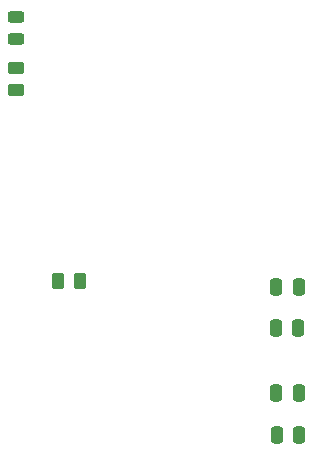
<source format=gbr>
%TF.GenerationSoftware,KiCad,Pcbnew,7.0.8*%
%TF.CreationDate,2023-12-07T15:10:25-06:00*%
%TF.ProjectId,MouseSensors,4d6f7573-6553-4656-9e73-6f72732e6b69,rev?*%
%TF.SameCoordinates,Original*%
%TF.FileFunction,Paste,Top*%
%TF.FilePolarity,Positive*%
%FSLAX46Y46*%
G04 Gerber Fmt 4.6, Leading zero omitted, Abs format (unit mm)*
G04 Created by KiCad (PCBNEW 7.0.8) date 2023-12-07 15:10:25*
%MOMM*%
%LPD*%
G01*
G04 APERTURE LIST*
G04 Aperture macros list*
%AMRoundRect*
0 Rectangle with rounded corners*
0 $1 Rounding radius*
0 $2 $3 $4 $5 $6 $7 $8 $9 X,Y pos of 4 corners*
0 Add a 4 corners polygon primitive as box body*
4,1,4,$2,$3,$4,$5,$6,$7,$8,$9,$2,$3,0*
0 Add four circle primitives for the rounded corners*
1,1,$1+$1,$2,$3*
1,1,$1+$1,$4,$5*
1,1,$1+$1,$6,$7*
1,1,$1+$1,$8,$9*
0 Add four rect primitives between the rounded corners*
20,1,$1+$1,$2,$3,$4,$5,0*
20,1,$1+$1,$4,$5,$6,$7,0*
20,1,$1+$1,$6,$7,$8,$9,0*
20,1,$1+$1,$8,$9,$2,$3,0*%
G04 Aperture macros list end*
%ADD10RoundRect,0.250000X0.450000X-0.262500X0.450000X0.262500X-0.450000X0.262500X-0.450000X-0.262500X0*%
%ADD11RoundRect,0.250000X-0.262500X-0.450000X0.262500X-0.450000X0.262500X0.450000X-0.262500X0.450000X0*%
%ADD12RoundRect,0.243750X-0.456250X0.243750X-0.456250X-0.243750X0.456250X-0.243750X0.456250X0.243750X0*%
%ADD13RoundRect,0.250000X-0.250000X-0.475000X0.250000X-0.475000X0.250000X0.475000X-0.250000X0.475000X0*%
G04 APERTURE END LIST*
D10*
%TO.C,R2*%
X141500000Y-78325000D03*
X141500000Y-76500000D03*
%TD*%
D11*
%TO.C,R1*%
X145087500Y-94500000D03*
X146912500Y-94500000D03*
%TD*%
D12*
%TO.C,D2*%
X141500000Y-72125000D03*
X141500000Y-74000000D03*
%TD*%
D13*
%TO.C,C4*%
X163550000Y-95000000D03*
X165450000Y-95000000D03*
%TD*%
%TO.C,C3*%
X163500000Y-98500000D03*
X165400000Y-98500000D03*
%TD*%
%TO.C,C2*%
X163600000Y-107500000D03*
X165500000Y-107500000D03*
%TD*%
%TO.C,C1*%
X163550000Y-104000000D03*
X165450000Y-104000000D03*
%TD*%
M02*

</source>
